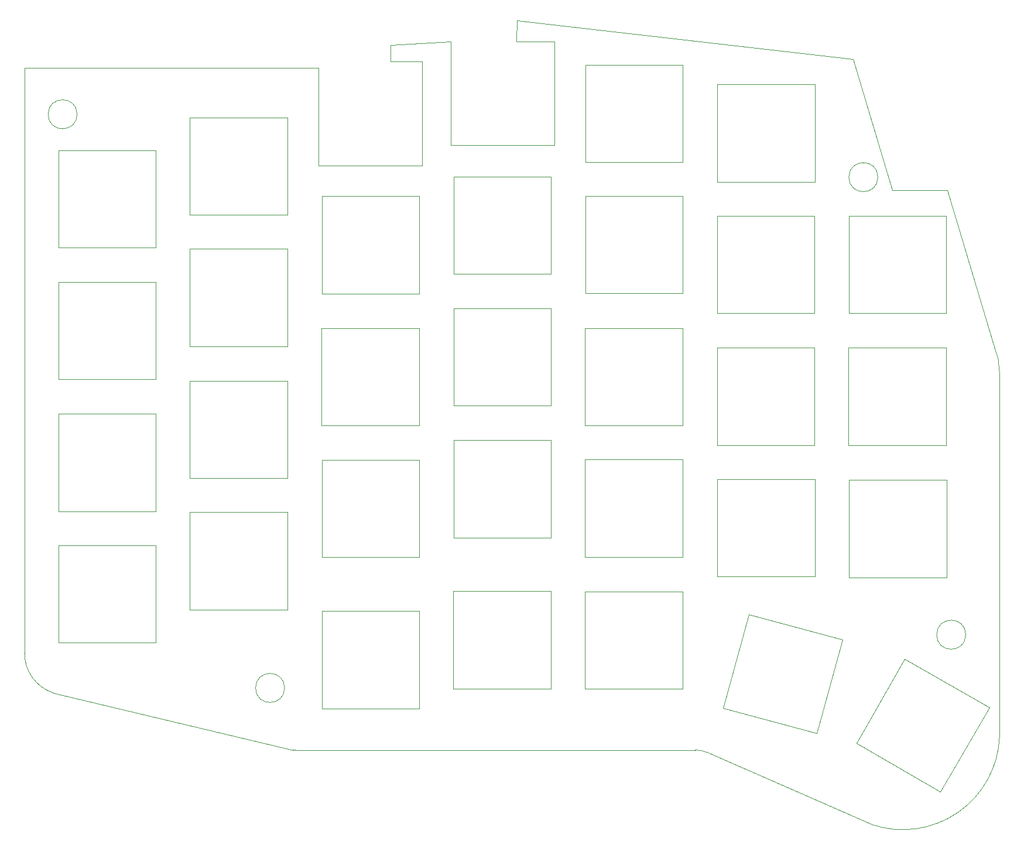
<source format=gbr>
%TF.GenerationSoftware,KiCad,Pcbnew,9.0.2+dfsg-1*%
%TF.CreationDate,2025-11-16T22:48:57+01:00*%
%TF.ProjectId,LuMo_top,4c754d6f-5f74-46f7-902e-6b696361645f,rev?*%
%TF.SameCoordinates,Original*%
%TF.FileFunction,Profile,NP*%
%FSLAX46Y46*%
G04 Gerber Fmt 4.6, Leading zero omitted, Abs format (unit mm)*
G04 Created by KiCad (PCBNEW 9.0.2+dfsg-1) date 2025-11-16 22:48:57*
%MOMM*%
%LPD*%
G01*
G04 APERTURE LIST*
%TA.AperFunction,Profile*%
%ADD10C,0.050000*%
%TD*%
G04 APERTURE END LIST*
D10*
X176143433Y-83316198D02*
G75*
G02*
X177011898Y-87500000I-9643433J-4183802D01*
G01*
X40900000Y-74250000D02*
X55000000Y-74250000D01*
X55000000Y-88350000D01*
X40900000Y-88350000D01*
X40900000Y-74250000D01*
X79000000Y-100000000D02*
X93100000Y-100000000D01*
X93100000Y-114100000D01*
X79000000Y-114100000D01*
X79000000Y-100000000D01*
X75165746Y-142011018D02*
G75*
G02*
X74846441Y-141971509I334254J4011418D01*
G01*
X168400000Y-148050000D02*
X156350000Y-141000000D01*
X112600000Y-54500000D02*
X112600000Y-39500000D01*
X40900000Y-93350000D02*
X55000000Y-93350000D01*
X55000000Y-107450000D01*
X40900000Y-107450000D01*
X40900000Y-93350000D01*
X78950000Y-80950000D02*
X93050000Y-80950000D01*
X93050000Y-95050000D01*
X78950000Y-95050000D01*
X78950000Y-80950000D01*
X175500000Y-135800000D02*
X168400000Y-148050000D01*
X176143433Y-83316201D02*
X169400000Y-61000000D01*
X155150000Y-83800000D02*
X169250000Y-83800000D01*
X169250000Y-97900000D01*
X155150000Y-97900000D01*
X155150000Y-83800000D01*
X59900000Y-107550000D02*
X74000000Y-107550000D01*
X74000000Y-121650000D01*
X59900000Y-121650000D01*
X59900000Y-107550000D01*
X98050000Y-78050000D02*
X112150000Y-78050000D01*
X112150000Y-92150000D01*
X98050000Y-92150000D01*
X98050000Y-78050000D01*
X155814666Y-42048887D02*
X107200002Y-36400000D01*
X156350000Y-141000000D02*
X163300000Y-128800000D01*
X136200000Y-102800000D02*
X150300000Y-102800000D01*
X150300000Y-116900000D01*
X136200000Y-116900000D01*
X136200000Y-102800000D01*
X40900000Y-55200000D02*
X55000000Y-55200000D01*
X55000000Y-69300000D01*
X40900000Y-69300000D01*
X40900000Y-55200000D01*
X155250000Y-102900000D02*
X169350000Y-102900000D01*
X169350000Y-117000000D01*
X155250000Y-117000000D01*
X155250000Y-102900000D01*
X79000000Y-121900000D02*
X93100000Y-121900000D01*
X93100000Y-136000000D01*
X79000000Y-136000000D01*
X79000000Y-121900000D01*
X136150000Y-83800000D02*
X150250000Y-83800000D01*
X150250000Y-97900000D01*
X136150000Y-97900000D01*
X136150000Y-83800000D01*
X88900000Y-40000000D02*
X97600000Y-39500000D01*
X93500000Y-42400000D02*
X88900000Y-42400000D01*
X117050000Y-80950000D02*
X131150000Y-80950000D01*
X131150000Y-95050000D01*
X117050000Y-95050000D01*
X117050000Y-80950000D01*
X117050000Y-119050000D02*
X131150000Y-119050000D01*
X131150000Y-133150000D01*
X117050000Y-133150000D01*
X117050000Y-119050000D01*
X117100000Y-61800000D02*
X131200000Y-61800000D01*
X131200000Y-75900000D01*
X117100000Y-75900000D01*
X117100000Y-61800000D01*
X134598361Y-142299291D02*
X158569992Y-152790034D01*
X150600000Y-139550000D02*
X137050000Y-135950000D01*
X137050000Y-135950000D02*
X140750000Y-122400000D01*
X177000000Y-140000000D02*
X177011898Y-87500000D01*
X117050000Y-99950000D02*
X131150000Y-99950000D01*
X131150000Y-114050000D01*
X117050000Y-114050000D01*
X117050000Y-99950000D01*
X97600000Y-39500000D02*
X97600000Y-54500000D01*
X88900000Y-42400000D02*
X88900000Y-40000000D01*
X159400000Y-59100000D02*
G75*
G02*
X155199998Y-59100000I-2100001J0D01*
G01*
X155199998Y-59100000D02*
G75*
G02*
X159400000Y-59100000I2100001J0D01*
G01*
X75165750Y-142011018D02*
X133000000Y-141968871D01*
X161500000Y-61000000D02*
X169400000Y-61000000D01*
X43600001Y-50002498D02*
G75*
G02*
X39399999Y-50002498I-2100001J0D01*
G01*
X39399999Y-50002498D02*
G75*
G02*
X43600001Y-50002498I2100001J0D01*
G01*
X78500000Y-57400000D02*
X93500000Y-57400000D01*
X154250000Y-126000000D02*
X150600000Y-139550000D01*
X73600000Y-133000000D02*
G75*
G02*
X69399998Y-133000000I-2100001J0D01*
G01*
X69399998Y-133000000D02*
G75*
G02*
X73600000Y-133000000I2100001J0D01*
G01*
X161500000Y-61000000D02*
X155814666Y-42048887D01*
X79000000Y-61850000D02*
X93100000Y-61850000D01*
X93100000Y-75950000D01*
X79000000Y-75950000D01*
X79000000Y-61850000D01*
X98050000Y-97150000D02*
X112150000Y-97150000D01*
X112150000Y-111250000D01*
X98050000Y-111250000D01*
X98050000Y-97150000D01*
X36000000Y-43300000D02*
X36000000Y-128000000D01*
X97600000Y-54500000D02*
X112600000Y-54500000D01*
X74846442Y-141971508D02*
X40102635Y-133692100D01*
X98050000Y-59000000D02*
X112150000Y-59000000D01*
X112150000Y-73100000D01*
X98050000Y-73100000D01*
X98050000Y-59000000D01*
X36000000Y-43300000D02*
X78500000Y-43300000D01*
X177000000Y-140000000D02*
G75*
G02*
X158569989Y-152790034I-14000000J500000D01*
G01*
X93500000Y-57400000D02*
X93500000Y-42400000D01*
X59900000Y-69450000D02*
X74000000Y-69450000D01*
X74000000Y-83550000D01*
X59900000Y-83550000D01*
X59900000Y-69450000D01*
X163300000Y-128800000D02*
X175500000Y-135800000D01*
X172100000Y-125300000D02*
G75*
G02*
X167899998Y-125300000I-2100001J0D01*
G01*
X167899998Y-125300000D02*
G75*
G02*
X172100000Y-125300000I2100001J0D01*
G01*
X40102633Y-133692100D02*
G75*
G02*
X36000000Y-128000000I1897367J5692100D01*
G01*
X59900000Y-88550000D02*
X74000000Y-88550000D01*
X74000000Y-102650000D01*
X59900000Y-102650000D01*
X59900000Y-88550000D01*
X40900000Y-112350000D02*
X55000000Y-112350000D01*
X55000000Y-126450000D01*
X40900000Y-126450000D01*
X40900000Y-112350000D01*
X136150000Y-64700000D02*
X150250000Y-64700000D01*
X150250000Y-78800000D01*
X136150000Y-78800000D01*
X136150000Y-64700000D01*
X155200000Y-64700000D02*
X169300000Y-64700000D01*
X169300000Y-78800000D01*
X155200000Y-78800000D01*
X155200000Y-64700000D01*
X133000000Y-141968871D02*
G75*
G02*
X134598361Y-142299291I0J-4031129D01*
G01*
X107100000Y-39500000D02*
X107200002Y-36400000D01*
X112600000Y-39500000D02*
X107100000Y-39500000D01*
X59900000Y-50450000D02*
X74000000Y-50450000D01*
X74000000Y-64550000D01*
X59900000Y-64550000D01*
X59900000Y-50450000D01*
X98000000Y-119000000D02*
X112100000Y-119000000D01*
X112100000Y-133100000D01*
X98000000Y-133100000D01*
X98000000Y-119000000D01*
X140750000Y-122400000D02*
X154250000Y-126000000D01*
X78500000Y-43300000D02*
X78500000Y-57400000D01*
X136200000Y-45700000D02*
X150300000Y-45700000D01*
X150300000Y-59800000D01*
X136200000Y-59800000D01*
X136200000Y-45700000D01*
X117100000Y-42850000D02*
X131200000Y-42850000D01*
X131200000Y-56950000D01*
X117100000Y-56950000D01*
X117100000Y-42850000D01*
M02*

</source>
